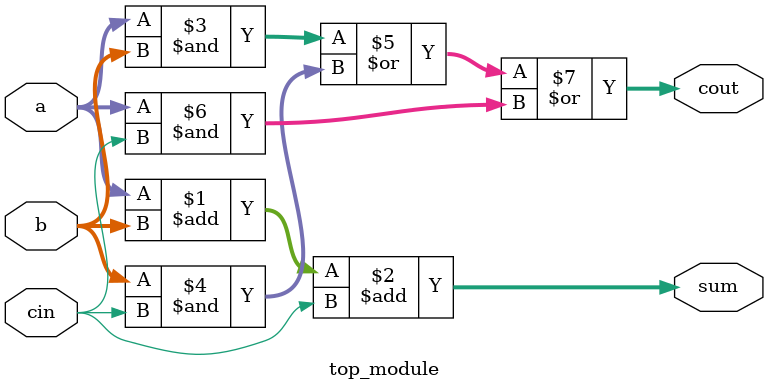
<source format=v>
module top_module( 

                input [2:0] a, b,

                input cin,

                output [2:0] cout,

                output [2:0] sum );

assign sum = a+b+cin;
assign cout = (a&b)|(b&cin)|(a&cin);
endmodule
</source>
